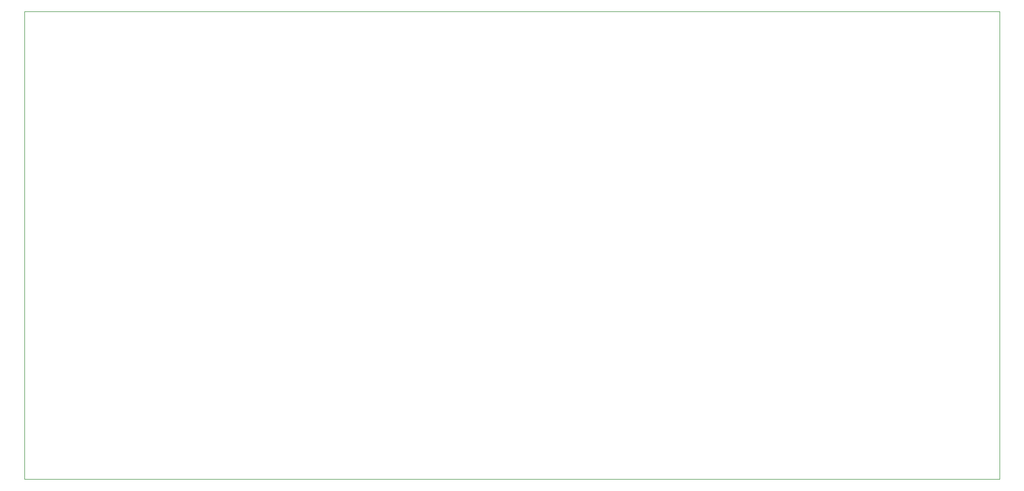
<source format=gbr>
%TF.GenerationSoftware,KiCad,Pcbnew,9.0.3*%
%TF.CreationDate,2025-07-30T15:06:46-04:00*%
%TF.ProjectId,blackboxvDualv4,626c6163-6b62-46f7-9876-4475616c7634,rev?*%
%TF.SameCoordinates,Original*%
%TF.FileFunction,Profile,NP*%
%FSLAX46Y46*%
G04 Gerber Fmt 4.6, Leading zero omitted, Abs format (unit mm)*
G04 Created by KiCad (PCBNEW 9.0.3) date 2025-07-30 15:06:46*
%MOMM*%
%LPD*%
G01*
G04 APERTURE LIST*
%TA.AperFunction,Profile*%
%ADD10C,0.050000*%
%TD*%
G04 APERTURE END LIST*
D10*
X227901600Y-66908600D02*
X69100600Y-66908600D01*
X69100600Y-66908600D02*
X69100600Y-143098600D01*
X69100600Y-143098600D02*
X227901600Y-143098600D01*
X227901600Y-143098600D02*
X227901600Y-66908600D01*
M02*

</source>
